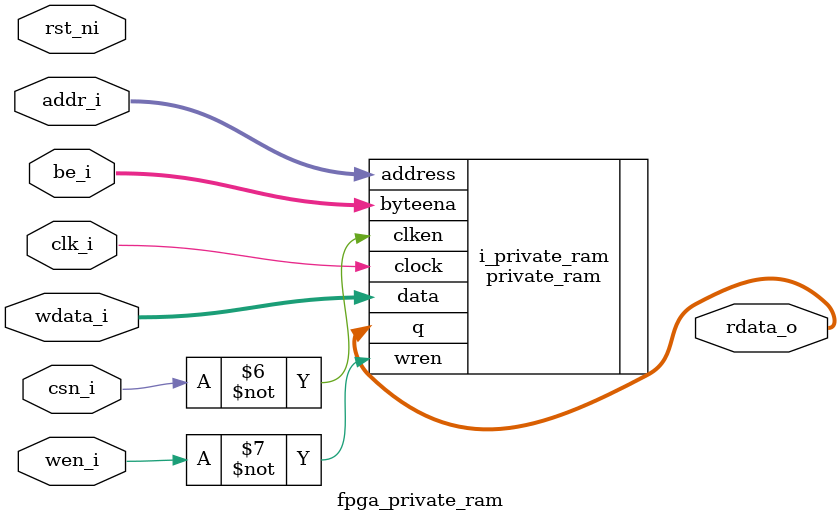
<source format=sv>

module fpga_private_ram
  #(
    parameter ADDR_WIDTH=12
    ) (
       input logic                  clk_i,
       input logic                  rst_ni,
       input logic                  csn_i,
       input logic                  wen_i,
       input logic [3:0]            be_i,
       input logic [ADDR_WIDTH-1:0] addr_i,
       input logic [31:0]           wdata_i,
       output logic [31:0]          rdata_o
   );

  /*
  logic [3:0]                       wea;

  always_comb begin
    if (wen_i == 1'b0) begin
      wea = be_i;
    end else begin
      wea = '0;
    end
  end

  xilinx_private_ram i_xilinx_private_ram
    (
     .clka(clk_i),
     .ena(~csn_i),
     .wea(wea),
     .addra(addr_i),
     .dina(wdata_i),
     .douta(rdata_o)
     );
  */
  
  logic csn_hold, s_cs;
  
  always_ff @(posedge clk_i or negedge rst_ni) begin : csn_hold_ff
    if (~rst_ni) begin
      csn_hold = 1'b0;
    end else begin
      csn_hold = csn_i;
    end
  end
  
  assign s_cs = (~csn_i) | (~csn_hold);
  
  private_ram i_private_ram (
    .clock(clk_i),
    .clken(~csn_i),
    .wren(~wen_i),
    .address(addr_i),
    .data(wdata_i),
    .q(rdata_o),
    .byteena(be_i)
  );

endmodule : fpga_private_ram

</source>
